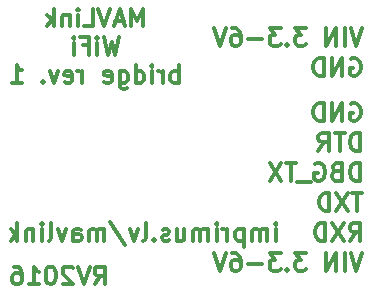
<source format=gbo>
G04 #@! TF.FileFunction,Legend,Bot*
%FSLAX46Y46*%
G04 Gerber Fmt 4.6, Leading zero omitted, Abs format (unit mm)*
G04 Created by KiCad (PCBNEW (2015-11-11 BZR 6309, Git 34f1c0e)-product) date Mon 07 Dec 2015 11:04:15 PM EET*
%MOMM*%
G01*
G04 APERTURE LIST*
%ADD10C,0.100000*%
%ADD11C,0.300000*%
G04 APERTURE END LIST*
D10*
D11*
X66423572Y-81133071D02*
X66423572Y-80133071D01*
X66423572Y-79633071D02*
X66495001Y-79704500D01*
X66423572Y-79775929D01*
X66352144Y-79704500D01*
X66423572Y-79633071D01*
X66423572Y-79775929D01*
X65709286Y-81133071D02*
X65709286Y-80133071D01*
X65709286Y-80275929D02*
X65637858Y-80204500D01*
X65495000Y-80133071D01*
X65280715Y-80133071D01*
X65137858Y-80204500D01*
X65066429Y-80347357D01*
X65066429Y-81133071D01*
X65066429Y-80347357D02*
X64995000Y-80204500D01*
X64852143Y-80133071D01*
X64637858Y-80133071D01*
X64495000Y-80204500D01*
X64423572Y-80347357D01*
X64423572Y-81133071D01*
X63709286Y-80133071D02*
X63709286Y-81633071D01*
X63709286Y-80204500D02*
X63566429Y-80133071D01*
X63280715Y-80133071D01*
X63137858Y-80204500D01*
X63066429Y-80275929D01*
X62995000Y-80418786D01*
X62995000Y-80847357D01*
X63066429Y-80990214D01*
X63137858Y-81061643D01*
X63280715Y-81133071D01*
X63566429Y-81133071D01*
X63709286Y-81061643D01*
X62352143Y-81133071D02*
X62352143Y-80133071D01*
X62352143Y-80418786D02*
X62280715Y-80275929D01*
X62209286Y-80204500D01*
X62066429Y-80133071D01*
X61923572Y-80133071D01*
X61423572Y-81133071D02*
X61423572Y-80133071D01*
X61423572Y-79633071D02*
X61495001Y-79704500D01*
X61423572Y-79775929D01*
X61352144Y-79704500D01*
X61423572Y-79633071D01*
X61423572Y-79775929D01*
X60709286Y-81133071D02*
X60709286Y-80133071D01*
X60709286Y-80275929D02*
X60637858Y-80204500D01*
X60495000Y-80133071D01*
X60280715Y-80133071D01*
X60137858Y-80204500D01*
X60066429Y-80347357D01*
X60066429Y-81133071D01*
X60066429Y-80347357D02*
X59995000Y-80204500D01*
X59852143Y-80133071D01*
X59637858Y-80133071D01*
X59495000Y-80204500D01*
X59423572Y-80347357D01*
X59423572Y-81133071D01*
X58066429Y-80133071D02*
X58066429Y-81133071D01*
X58709286Y-80133071D02*
X58709286Y-80918786D01*
X58637858Y-81061643D01*
X58495000Y-81133071D01*
X58280715Y-81133071D01*
X58137858Y-81061643D01*
X58066429Y-80990214D01*
X57423572Y-81061643D02*
X57280715Y-81133071D01*
X56995000Y-81133071D01*
X56852143Y-81061643D01*
X56780715Y-80918786D01*
X56780715Y-80847357D01*
X56852143Y-80704500D01*
X56995000Y-80633071D01*
X57209286Y-80633071D01*
X57352143Y-80561643D01*
X57423572Y-80418786D01*
X57423572Y-80347357D01*
X57352143Y-80204500D01*
X57209286Y-80133071D01*
X56995000Y-80133071D01*
X56852143Y-80204500D01*
X56137857Y-80990214D02*
X56066429Y-81061643D01*
X56137857Y-81133071D01*
X56209286Y-81061643D01*
X56137857Y-80990214D01*
X56137857Y-81133071D01*
X55209285Y-81133071D02*
X55352143Y-81061643D01*
X55423571Y-80918786D01*
X55423571Y-79633071D01*
X54780714Y-80133071D02*
X54423571Y-81133071D01*
X54066429Y-80133071D01*
X52423572Y-79561643D02*
X53709286Y-81490214D01*
X51923571Y-81133071D02*
X51923571Y-80133071D01*
X51923571Y-80275929D02*
X51852143Y-80204500D01*
X51709285Y-80133071D01*
X51495000Y-80133071D01*
X51352143Y-80204500D01*
X51280714Y-80347357D01*
X51280714Y-81133071D01*
X51280714Y-80347357D02*
X51209285Y-80204500D01*
X51066428Y-80133071D01*
X50852143Y-80133071D01*
X50709285Y-80204500D01*
X50637857Y-80347357D01*
X50637857Y-81133071D01*
X49280714Y-81133071D02*
X49280714Y-80347357D01*
X49352143Y-80204500D01*
X49495000Y-80133071D01*
X49780714Y-80133071D01*
X49923571Y-80204500D01*
X49280714Y-81061643D02*
X49423571Y-81133071D01*
X49780714Y-81133071D01*
X49923571Y-81061643D01*
X49995000Y-80918786D01*
X49995000Y-80775929D01*
X49923571Y-80633071D01*
X49780714Y-80561643D01*
X49423571Y-80561643D01*
X49280714Y-80490214D01*
X48709285Y-80133071D02*
X48352142Y-81133071D01*
X47995000Y-80133071D01*
X47209285Y-81133071D02*
X47352143Y-81061643D01*
X47423571Y-80918786D01*
X47423571Y-79633071D01*
X46637857Y-81133071D02*
X46637857Y-80133071D01*
X46637857Y-79633071D02*
X46709286Y-79704500D01*
X46637857Y-79775929D01*
X46566429Y-79704500D01*
X46637857Y-79633071D01*
X46637857Y-79775929D01*
X45923571Y-80133071D02*
X45923571Y-81133071D01*
X45923571Y-80275929D02*
X45852143Y-80204500D01*
X45709285Y-80133071D01*
X45495000Y-80133071D01*
X45352143Y-80204500D01*
X45280714Y-80347357D01*
X45280714Y-81133071D01*
X44566428Y-81133071D02*
X44566428Y-79633071D01*
X44423571Y-80561643D02*
X43995000Y-81133071D01*
X43995000Y-80133071D02*
X44566428Y-80704500D01*
X51100712Y-84816071D02*
X51600712Y-84101786D01*
X51957855Y-84816071D02*
X51957855Y-83316071D01*
X51386427Y-83316071D01*
X51243569Y-83387500D01*
X51172141Y-83458929D01*
X51100712Y-83601786D01*
X51100712Y-83816071D01*
X51172141Y-83958929D01*
X51243569Y-84030357D01*
X51386427Y-84101786D01*
X51957855Y-84101786D01*
X50672141Y-83316071D02*
X50172141Y-84816071D01*
X49672141Y-83316071D01*
X49243570Y-83458929D02*
X49172141Y-83387500D01*
X49029284Y-83316071D01*
X48672141Y-83316071D01*
X48529284Y-83387500D01*
X48457855Y-83458929D01*
X48386427Y-83601786D01*
X48386427Y-83744643D01*
X48457855Y-83958929D01*
X49314998Y-84816071D01*
X48386427Y-84816071D01*
X47457856Y-83316071D02*
X47314999Y-83316071D01*
X47172142Y-83387500D01*
X47100713Y-83458929D01*
X47029284Y-83601786D01*
X46957856Y-83887500D01*
X46957856Y-84244643D01*
X47029284Y-84530357D01*
X47100713Y-84673214D01*
X47172142Y-84744643D01*
X47314999Y-84816071D01*
X47457856Y-84816071D01*
X47600713Y-84744643D01*
X47672142Y-84673214D01*
X47743570Y-84530357D01*
X47814999Y-84244643D01*
X47814999Y-83887500D01*
X47743570Y-83601786D01*
X47672142Y-83458929D01*
X47600713Y-83387500D01*
X47457856Y-83316071D01*
X45529285Y-84816071D02*
X46386428Y-84816071D01*
X45957856Y-84816071D02*
X45957856Y-83316071D01*
X46100713Y-83530357D01*
X46243571Y-83673214D01*
X46386428Y-83744643D01*
X44243571Y-83316071D02*
X44529285Y-83316071D01*
X44672142Y-83387500D01*
X44743571Y-83458929D01*
X44886428Y-83673214D01*
X44957857Y-83958929D01*
X44957857Y-84530357D01*
X44886428Y-84673214D01*
X44815000Y-84744643D01*
X44672142Y-84816071D01*
X44386428Y-84816071D01*
X44243571Y-84744643D01*
X44172142Y-84673214D01*
X44100714Y-84530357D01*
X44100714Y-84173214D01*
X44172142Y-84030357D01*
X44243571Y-83958929D01*
X44386428Y-83887500D01*
X44672142Y-83887500D01*
X44815000Y-83958929D01*
X44886428Y-84030357D01*
X44957857Y-84173214D01*
X55216714Y-62985071D02*
X55216714Y-61485071D01*
X54716714Y-62556500D01*
X54216714Y-61485071D01*
X54216714Y-62985071D01*
X53573857Y-62556500D02*
X52859571Y-62556500D01*
X53716714Y-62985071D02*
X53216714Y-61485071D01*
X52716714Y-62985071D01*
X52431000Y-61485071D02*
X51931000Y-62985071D01*
X51431000Y-61485071D01*
X50216714Y-62985071D02*
X50931000Y-62985071D01*
X50931000Y-61485071D01*
X49716714Y-62985071D02*
X49716714Y-61985071D01*
X49716714Y-61485071D02*
X49788143Y-61556500D01*
X49716714Y-61627929D01*
X49645286Y-61556500D01*
X49716714Y-61485071D01*
X49716714Y-61627929D01*
X49002428Y-61985071D02*
X49002428Y-62985071D01*
X49002428Y-62127929D02*
X48931000Y-62056500D01*
X48788142Y-61985071D01*
X48573857Y-61985071D01*
X48431000Y-62056500D01*
X48359571Y-62199357D01*
X48359571Y-62985071D01*
X47645285Y-62985071D02*
X47645285Y-61485071D01*
X47502428Y-62413643D02*
X47073857Y-62985071D01*
X47073857Y-61985071D02*
X47645285Y-62556500D01*
X53181000Y-63885071D02*
X52823857Y-65385071D01*
X52538143Y-64313643D01*
X52252429Y-65385071D01*
X51895286Y-63885071D01*
X51323857Y-65385071D02*
X51323857Y-64385071D01*
X51323857Y-63885071D02*
X51395286Y-63956500D01*
X51323857Y-64027929D01*
X51252429Y-63956500D01*
X51323857Y-63885071D01*
X51323857Y-64027929D01*
X50109571Y-64599357D02*
X50609571Y-64599357D01*
X50609571Y-65385071D02*
X50609571Y-63885071D01*
X49895285Y-63885071D01*
X49323857Y-65385071D02*
X49323857Y-64385071D01*
X49323857Y-63885071D02*
X49395286Y-63956500D01*
X49323857Y-64027929D01*
X49252429Y-63956500D01*
X49323857Y-63885071D01*
X49323857Y-64027929D01*
X58216713Y-67785071D02*
X58216713Y-66285071D01*
X58216713Y-66856500D02*
X58073856Y-66785071D01*
X57788142Y-66785071D01*
X57645285Y-66856500D01*
X57573856Y-66927929D01*
X57502427Y-67070786D01*
X57502427Y-67499357D01*
X57573856Y-67642214D01*
X57645285Y-67713643D01*
X57788142Y-67785071D01*
X58073856Y-67785071D01*
X58216713Y-67713643D01*
X56859570Y-67785071D02*
X56859570Y-66785071D01*
X56859570Y-67070786D02*
X56788142Y-66927929D01*
X56716713Y-66856500D01*
X56573856Y-66785071D01*
X56430999Y-66785071D01*
X55930999Y-67785071D02*
X55930999Y-66785071D01*
X55930999Y-66285071D02*
X56002428Y-66356500D01*
X55930999Y-66427929D01*
X55859571Y-66356500D01*
X55930999Y-66285071D01*
X55930999Y-66427929D01*
X54573856Y-67785071D02*
X54573856Y-66285071D01*
X54573856Y-67713643D02*
X54716713Y-67785071D01*
X55002427Y-67785071D01*
X55145285Y-67713643D01*
X55216713Y-67642214D01*
X55288142Y-67499357D01*
X55288142Y-67070786D01*
X55216713Y-66927929D01*
X55145285Y-66856500D01*
X55002427Y-66785071D01*
X54716713Y-66785071D01*
X54573856Y-66856500D01*
X53216713Y-66785071D02*
X53216713Y-67999357D01*
X53288142Y-68142214D01*
X53359570Y-68213643D01*
X53502427Y-68285071D01*
X53716713Y-68285071D01*
X53859570Y-68213643D01*
X53216713Y-67713643D02*
X53359570Y-67785071D01*
X53645284Y-67785071D01*
X53788142Y-67713643D01*
X53859570Y-67642214D01*
X53930999Y-67499357D01*
X53930999Y-67070786D01*
X53859570Y-66927929D01*
X53788142Y-66856500D01*
X53645284Y-66785071D01*
X53359570Y-66785071D01*
X53216713Y-66856500D01*
X51930999Y-67713643D02*
X52073856Y-67785071D01*
X52359570Y-67785071D01*
X52502427Y-67713643D01*
X52573856Y-67570786D01*
X52573856Y-66999357D01*
X52502427Y-66856500D01*
X52359570Y-66785071D01*
X52073856Y-66785071D01*
X51930999Y-66856500D01*
X51859570Y-66999357D01*
X51859570Y-67142214D01*
X52573856Y-67285071D01*
X50073856Y-67785071D02*
X50073856Y-66785071D01*
X50073856Y-67070786D02*
X50002428Y-66927929D01*
X49930999Y-66856500D01*
X49788142Y-66785071D01*
X49645285Y-66785071D01*
X48573857Y-67713643D02*
X48716714Y-67785071D01*
X49002428Y-67785071D01*
X49145285Y-67713643D01*
X49216714Y-67570786D01*
X49216714Y-66999357D01*
X49145285Y-66856500D01*
X49002428Y-66785071D01*
X48716714Y-66785071D01*
X48573857Y-66856500D01*
X48502428Y-66999357D01*
X48502428Y-67142214D01*
X49216714Y-67285071D01*
X48002428Y-66785071D02*
X47645285Y-67785071D01*
X47288143Y-66785071D01*
X46716714Y-67642214D02*
X46645286Y-67713643D01*
X46716714Y-67785071D01*
X46788143Y-67713643D01*
X46716714Y-67642214D01*
X46716714Y-67785071D01*
X44073857Y-67785071D02*
X44931000Y-67785071D01*
X44502428Y-67785071D02*
X44502428Y-66285071D01*
X44645285Y-66499357D01*
X44788143Y-66642214D01*
X44931000Y-66713643D01*
X73771143Y-63123071D02*
X73271143Y-64623071D01*
X72771143Y-63123071D01*
X72271143Y-64623071D02*
X72271143Y-63123071D01*
X71556857Y-64623071D02*
X71556857Y-63123071D01*
X70699714Y-64623071D01*
X70699714Y-63123071D01*
X68985428Y-63123071D02*
X68056857Y-63123071D01*
X68556857Y-63694500D01*
X68342571Y-63694500D01*
X68199714Y-63765929D01*
X68128285Y-63837357D01*
X68056857Y-63980214D01*
X68056857Y-64337357D01*
X68128285Y-64480214D01*
X68199714Y-64551643D01*
X68342571Y-64623071D01*
X68771143Y-64623071D01*
X68914000Y-64551643D01*
X68985428Y-64480214D01*
X67414000Y-64480214D02*
X67342572Y-64551643D01*
X67414000Y-64623071D01*
X67485429Y-64551643D01*
X67414000Y-64480214D01*
X67414000Y-64623071D01*
X66842571Y-63123071D02*
X65914000Y-63123071D01*
X66414000Y-63694500D01*
X66199714Y-63694500D01*
X66056857Y-63765929D01*
X65985428Y-63837357D01*
X65914000Y-63980214D01*
X65914000Y-64337357D01*
X65985428Y-64480214D01*
X66056857Y-64551643D01*
X66199714Y-64623071D01*
X66628286Y-64623071D01*
X66771143Y-64551643D01*
X66842571Y-64480214D01*
X65271143Y-64051643D02*
X64128286Y-64051643D01*
X62771143Y-63123071D02*
X63056857Y-63123071D01*
X63199714Y-63194500D01*
X63271143Y-63265929D01*
X63414000Y-63480214D01*
X63485429Y-63765929D01*
X63485429Y-64337357D01*
X63414000Y-64480214D01*
X63342572Y-64551643D01*
X63199714Y-64623071D01*
X62914000Y-64623071D01*
X62771143Y-64551643D01*
X62699714Y-64480214D01*
X62628286Y-64337357D01*
X62628286Y-63980214D01*
X62699714Y-63837357D01*
X62771143Y-63765929D01*
X62914000Y-63694500D01*
X63199714Y-63694500D01*
X63342572Y-63765929D01*
X63414000Y-63837357D01*
X63485429Y-63980214D01*
X62199715Y-63123071D02*
X61699715Y-64623071D01*
X61199715Y-63123071D01*
X72771143Y-65734500D02*
X72914000Y-65663071D01*
X73128286Y-65663071D01*
X73342571Y-65734500D01*
X73485429Y-65877357D01*
X73556857Y-66020214D01*
X73628286Y-66305929D01*
X73628286Y-66520214D01*
X73556857Y-66805929D01*
X73485429Y-66948786D01*
X73342571Y-67091643D01*
X73128286Y-67163071D01*
X72985429Y-67163071D01*
X72771143Y-67091643D01*
X72699714Y-67020214D01*
X72699714Y-66520214D01*
X72985429Y-66520214D01*
X72056857Y-67163071D02*
X72056857Y-65663071D01*
X71199714Y-67163071D01*
X71199714Y-65663071D01*
X70485428Y-67163071D02*
X70485428Y-65663071D01*
X70128285Y-65663071D01*
X69914000Y-65734500D01*
X69771142Y-65877357D01*
X69699714Y-66020214D01*
X69628285Y-66305929D01*
X69628285Y-66520214D01*
X69699714Y-66805929D01*
X69771142Y-66948786D01*
X69914000Y-67091643D01*
X70128285Y-67163071D01*
X70485428Y-67163071D01*
X72771143Y-69544500D02*
X72914000Y-69473071D01*
X73128286Y-69473071D01*
X73342571Y-69544500D01*
X73485429Y-69687357D01*
X73556857Y-69830214D01*
X73628286Y-70115929D01*
X73628286Y-70330214D01*
X73556857Y-70615929D01*
X73485429Y-70758786D01*
X73342571Y-70901643D01*
X73128286Y-70973071D01*
X72985429Y-70973071D01*
X72771143Y-70901643D01*
X72699714Y-70830214D01*
X72699714Y-70330214D01*
X72985429Y-70330214D01*
X72056857Y-70973071D02*
X72056857Y-69473071D01*
X71199714Y-70973071D01*
X71199714Y-69473071D01*
X70485428Y-70973071D02*
X70485428Y-69473071D01*
X70128285Y-69473071D01*
X69914000Y-69544500D01*
X69771142Y-69687357D01*
X69699714Y-69830214D01*
X69628285Y-70115929D01*
X69628285Y-70330214D01*
X69699714Y-70615929D01*
X69771142Y-70758786D01*
X69914000Y-70901643D01*
X70128285Y-70973071D01*
X70485428Y-70973071D01*
X73556857Y-73513071D02*
X73556857Y-72013071D01*
X73199714Y-72013071D01*
X72985429Y-72084500D01*
X72842571Y-72227357D01*
X72771143Y-72370214D01*
X72699714Y-72655929D01*
X72699714Y-72870214D01*
X72771143Y-73155929D01*
X72842571Y-73298786D01*
X72985429Y-73441643D01*
X73199714Y-73513071D01*
X73556857Y-73513071D01*
X72271143Y-72013071D02*
X71414000Y-72013071D01*
X71842571Y-73513071D02*
X71842571Y-72013071D01*
X70056857Y-73513071D02*
X70556857Y-72798786D01*
X70914000Y-73513071D02*
X70914000Y-72013071D01*
X70342572Y-72013071D01*
X70199714Y-72084500D01*
X70128286Y-72155929D01*
X70056857Y-72298786D01*
X70056857Y-72513071D01*
X70128286Y-72655929D01*
X70199714Y-72727357D01*
X70342572Y-72798786D01*
X70914000Y-72798786D01*
X73556857Y-76053071D02*
X73556857Y-74553071D01*
X73199714Y-74553071D01*
X72985429Y-74624500D01*
X72842571Y-74767357D01*
X72771143Y-74910214D01*
X72699714Y-75195929D01*
X72699714Y-75410214D01*
X72771143Y-75695929D01*
X72842571Y-75838786D01*
X72985429Y-75981643D01*
X73199714Y-76053071D01*
X73556857Y-76053071D01*
X71556857Y-75267357D02*
X71342571Y-75338786D01*
X71271143Y-75410214D01*
X71199714Y-75553071D01*
X71199714Y-75767357D01*
X71271143Y-75910214D01*
X71342571Y-75981643D01*
X71485429Y-76053071D01*
X72056857Y-76053071D01*
X72056857Y-74553071D01*
X71556857Y-74553071D01*
X71414000Y-74624500D01*
X71342571Y-74695929D01*
X71271143Y-74838786D01*
X71271143Y-74981643D01*
X71342571Y-75124500D01*
X71414000Y-75195929D01*
X71556857Y-75267357D01*
X72056857Y-75267357D01*
X69771143Y-74624500D02*
X69914000Y-74553071D01*
X70128286Y-74553071D01*
X70342571Y-74624500D01*
X70485429Y-74767357D01*
X70556857Y-74910214D01*
X70628286Y-75195929D01*
X70628286Y-75410214D01*
X70556857Y-75695929D01*
X70485429Y-75838786D01*
X70342571Y-75981643D01*
X70128286Y-76053071D01*
X69985429Y-76053071D01*
X69771143Y-75981643D01*
X69699714Y-75910214D01*
X69699714Y-75410214D01*
X69985429Y-75410214D01*
X69414000Y-76195929D02*
X68271143Y-76195929D01*
X68128286Y-74553071D02*
X67271143Y-74553071D01*
X67699714Y-76053071D02*
X67699714Y-74553071D01*
X66914000Y-74553071D02*
X65914000Y-76053071D01*
X65914000Y-74553071D02*
X66914000Y-76053071D01*
X73771143Y-77093071D02*
X72914000Y-77093071D01*
X73342571Y-78593071D02*
X73342571Y-77093071D01*
X72556857Y-77093071D02*
X71556857Y-78593071D01*
X71556857Y-77093071D02*
X72556857Y-78593071D01*
X70985429Y-78593071D02*
X70985429Y-77093071D01*
X70628286Y-77093071D01*
X70414001Y-77164500D01*
X70271143Y-77307357D01*
X70199715Y-77450214D01*
X70128286Y-77735929D01*
X70128286Y-77950214D01*
X70199715Y-78235929D01*
X70271143Y-78378786D01*
X70414001Y-78521643D01*
X70628286Y-78593071D01*
X70985429Y-78593071D01*
X72699714Y-81133071D02*
X73199714Y-80418786D01*
X73556857Y-81133071D02*
X73556857Y-79633071D01*
X72985429Y-79633071D01*
X72842571Y-79704500D01*
X72771143Y-79775929D01*
X72699714Y-79918786D01*
X72699714Y-80133071D01*
X72771143Y-80275929D01*
X72842571Y-80347357D01*
X72985429Y-80418786D01*
X73556857Y-80418786D01*
X72199714Y-79633071D02*
X71199714Y-81133071D01*
X71199714Y-79633071D02*
X72199714Y-81133071D01*
X70628286Y-81133071D02*
X70628286Y-79633071D01*
X70271143Y-79633071D01*
X70056858Y-79704500D01*
X69914000Y-79847357D01*
X69842572Y-79990214D01*
X69771143Y-80275929D01*
X69771143Y-80490214D01*
X69842572Y-80775929D01*
X69914000Y-80918786D01*
X70056858Y-81061643D01*
X70271143Y-81133071D01*
X70628286Y-81133071D01*
X73771143Y-82173071D02*
X73271143Y-83673071D01*
X72771143Y-82173071D01*
X72271143Y-83673071D02*
X72271143Y-82173071D01*
X71556857Y-83673071D02*
X71556857Y-82173071D01*
X70699714Y-83673071D01*
X70699714Y-82173071D01*
X68985428Y-82173071D02*
X68056857Y-82173071D01*
X68556857Y-82744500D01*
X68342571Y-82744500D01*
X68199714Y-82815929D01*
X68128285Y-82887357D01*
X68056857Y-83030214D01*
X68056857Y-83387357D01*
X68128285Y-83530214D01*
X68199714Y-83601643D01*
X68342571Y-83673071D01*
X68771143Y-83673071D01*
X68914000Y-83601643D01*
X68985428Y-83530214D01*
X67414000Y-83530214D02*
X67342572Y-83601643D01*
X67414000Y-83673071D01*
X67485429Y-83601643D01*
X67414000Y-83530214D01*
X67414000Y-83673071D01*
X66842571Y-82173071D02*
X65914000Y-82173071D01*
X66414000Y-82744500D01*
X66199714Y-82744500D01*
X66056857Y-82815929D01*
X65985428Y-82887357D01*
X65914000Y-83030214D01*
X65914000Y-83387357D01*
X65985428Y-83530214D01*
X66056857Y-83601643D01*
X66199714Y-83673071D01*
X66628286Y-83673071D01*
X66771143Y-83601643D01*
X66842571Y-83530214D01*
X65271143Y-83101643D02*
X64128286Y-83101643D01*
X62771143Y-82173071D02*
X63056857Y-82173071D01*
X63199714Y-82244500D01*
X63271143Y-82315929D01*
X63414000Y-82530214D01*
X63485429Y-82815929D01*
X63485429Y-83387357D01*
X63414000Y-83530214D01*
X63342572Y-83601643D01*
X63199714Y-83673071D01*
X62914000Y-83673071D01*
X62771143Y-83601643D01*
X62699714Y-83530214D01*
X62628286Y-83387357D01*
X62628286Y-83030214D01*
X62699714Y-82887357D01*
X62771143Y-82815929D01*
X62914000Y-82744500D01*
X63199714Y-82744500D01*
X63342572Y-82815929D01*
X63414000Y-82887357D01*
X63485429Y-83030214D01*
X62199715Y-82173071D02*
X61699715Y-83673071D01*
X61199715Y-82173071D01*
M02*

</source>
